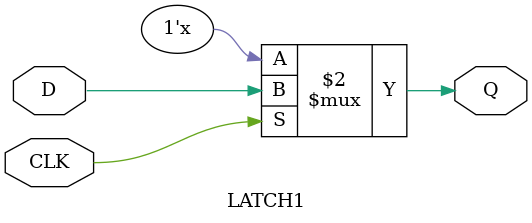
<source format=v>
module LATCH1(CLK,D,Q);
	input CLK,D;
	output Q;
	reg Q;
	always @(D or CLK)
		if(CLK) Q <= D; //使用不完整条件语句
endmodule 
</source>
